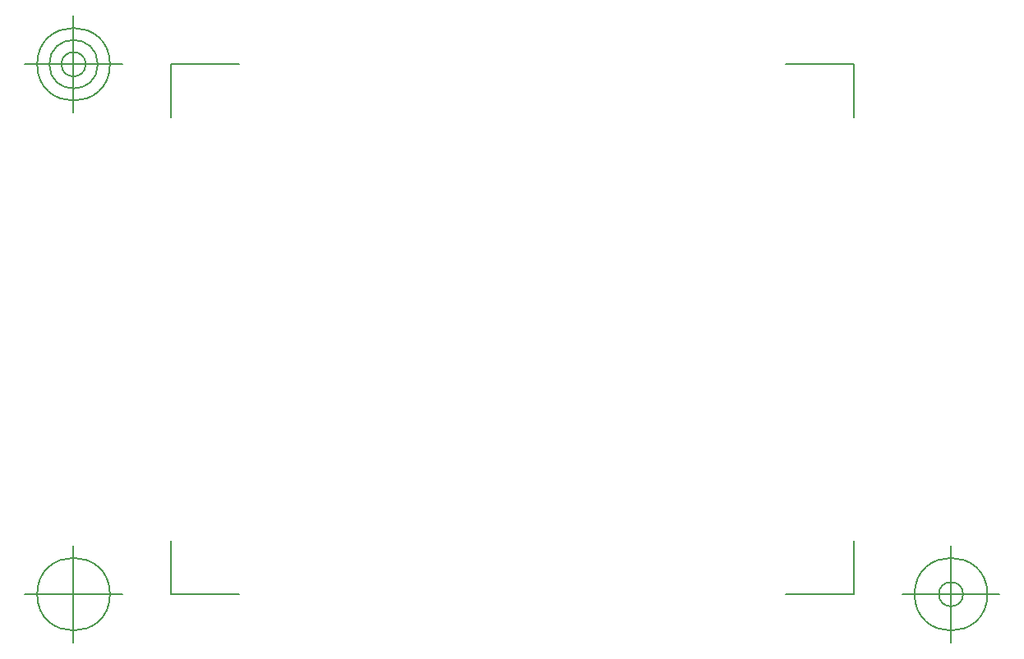
<source format=gbr>
G04 Generated by Ultiboard 13.0 *
%FSLAX34Y34*%
%MOMM*%

%ADD10C,0.0001*%
%ADD11C,0.1270*%


G04 ColorRGB CC99CC for the following layer *
%LNKeep-in/keep-out*%
%LPD*%
G54D10*
G54D11*
X391160Y217001D02*
X391160Y271674D01*
X391160Y217001D02*
X461556Y217001D01*
X1095121Y217001D02*
X1024725Y217001D01*
X1095121Y217001D02*
X1095121Y271674D01*
X1095121Y763735D02*
X1095121Y709062D01*
X1095121Y763735D02*
X1024725Y763735D01*
X391160Y763735D02*
X461556Y763735D01*
X391160Y763735D02*
X391160Y709062D01*
X341160Y217001D02*
X241160Y217001D01*
X291160Y167001D02*
X291160Y267001D01*
X253660Y217001D02*
G75*
D01*
G02X253660Y217001I37500J0*
G01*
X1145121Y217001D02*
X1245121Y217001D01*
X1195121Y167001D02*
X1195121Y267001D01*
X1157621Y217001D02*
G75*
D01*
G02X1157621Y217001I37500J0*
G01*
X1182621Y217001D02*
G75*
D01*
G02X1182621Y217001I12500J0*
G01*
X341160Y763735D02*
X241160Y763735D01*
X291160Y713735D02*
X291160Y813735D01*
X253660Y763735D02*
G75*
D01*
G02X253660Y763735I37500J0*
G01*
X266160Y763735D02*
G75*
D01*
G02X266160Y763735I25000J0*
G01*
X278660Y763735D02*
G75*
D01*
G02X278660Y763735I12500J0*
G01*

M02*

</source>
